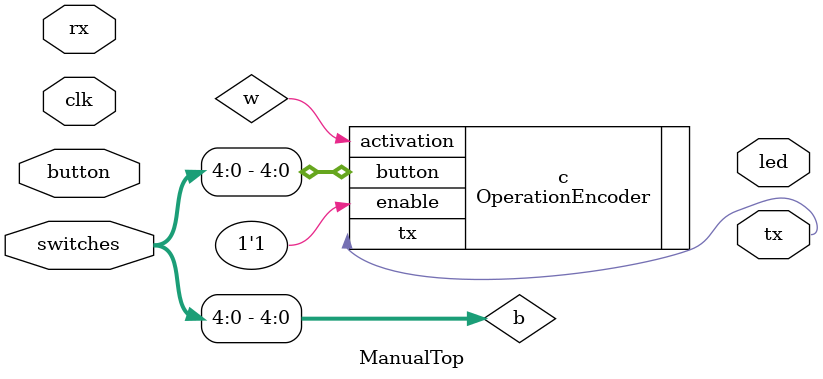
<source format=v>

`include "ConstValue.vh"
`timescale 1ns / 1ps


module ManualTop(
input [7:0] switches,
input [6:0] button,
output [7:0] led,
input clk,
input rx,
output tx
    );
    wire [4:0] b=switches[4:0];
    wire w;
    OperationEncoder c(.button(b),.enable(1'b1),.tx(tx),.activation(w));
endmodule
</source>
